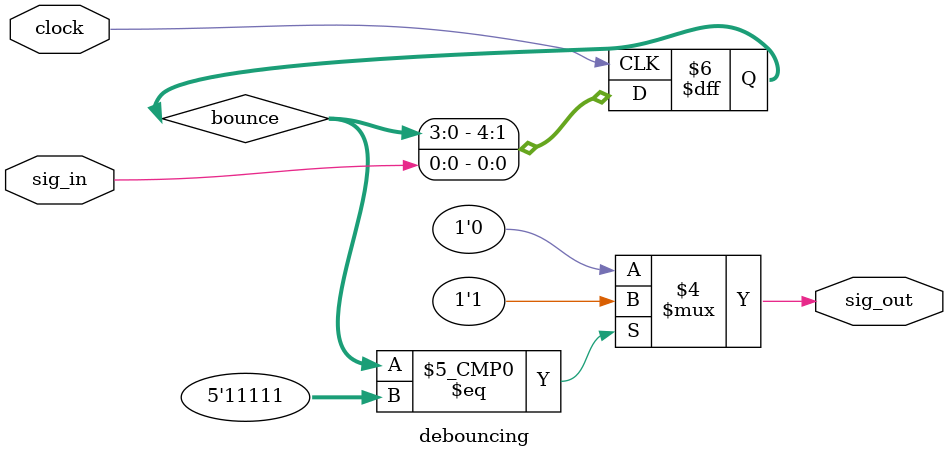
<source format=v>
module debouncing(
	input 			clock, 
	input 			sig_in, 
	output 	reg 	sig_out
); 



reg	[4:0] bounce;

always@(posedge clock) begin
	bounce[0] <= sig_in;
	bounce[1] <= bounce[0];
	bounce[2] <= bounce[1];
	bounce[3] <= bounce[2];
	bounce[4] <= bounce[3];
end
	

always@(*) begin
	case(bounce)
		5'b00000 : sig_out = 1'b0;
		5'b11111 : sig_out = 1'b1;
		default	 : sig_out = 1'b0;
	endcase
end


endmodule 

</source>
